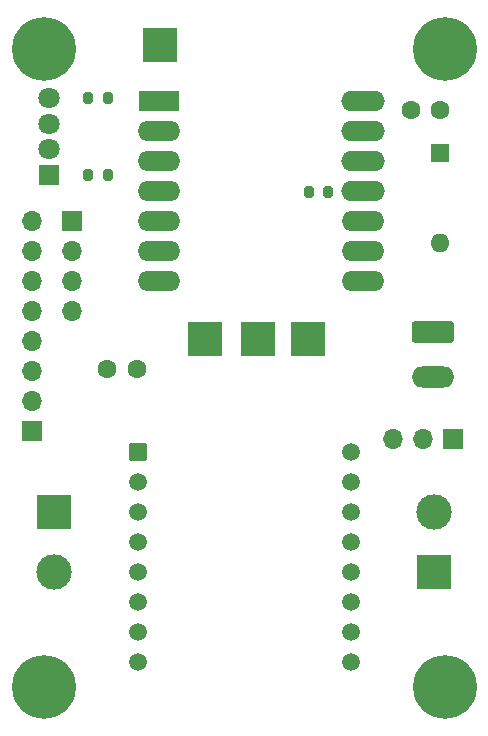
<source format=gbr>
%TF.GenerationSoftware,KiCad,Pcbnew,8.0.5*%
%TF.CreationDate,2024-11-16T20:21:07-03:00*%
%TF.ProjectId,hal9000mainboard,68616c39-3030-4306-9d61-696e626f6172,rev?*%
%TF.SameCoordinates,Original*%
%TF.FileFunction,Soldermask,Bot*%
%TF.FilePolarity,Negative*%
%FSLAX46Y46*%
G04 Gerber Fmt 4.6, Leading zero omitted, Abs format (unit mm)*
G04 Created by KiCad (PCBNEW 8.0.5) date 2024-11-16 20:21:07*
%MOMM*%
%LPD*%
G01*
G04 APERTURE LIST*
G04 Aperture macros list*
%AMRoundRect*
0 Rectangle with rounded corners*
0 $1 Rounding radius*
0 $2 $3 $4 $5 $6 $7 $8 $9 X,Y pos of 4 corners*
0 Add a 4 corners polygon primitive as box body*
4,1,4,$2,$3,$4,$5,$6,$7,$8,$9,$2,$3,0*
0 Add four circle primitives for the rounded corners*
1,1,$1+$1,$2,$3*
1,1,$1+$1,$4,$5*
1,1,$1+$1,$6,$7*
1,1,$1+$1,$8,$9*
0 Add four rect primitives between the rounded corners*
20,1,$1+$1,$2,$3,$4,$5,0*
20,1,$1+$1,$4,$5,$6,$7,0*
20,1,$1+$1,$6,$7,$8,$9,0*
20,1,$1+$1,$8,$9,$2,$3,0*%
G04 Aperture macros list end*
%ADD10R,3.500000X1.700000*%
%ADD11O,3.600000X1.700000*%
%ADD12O,3.700000X1.700000*%
%ADD13R,3.000000X3.000000*%
%ADD14C,3.000000*%
%ADD15RoundRect,0.250000X-1.550000X0.650000X-1.550000X-0.650000X1.550000X-0.650000X1.550000X0.650000X0*%
%ADD16O,3.600000X1.800000*%
%ADD17C,5.400000*%
%ADD18R,1.600000X1.600000*%
%ADD19O,1.600000X1.600000*%
%ADD20RoundRect,0.102000X-0.654000X-0.654000X0.654000X-0.654000X0.654000X0.654000X-0.654000X0.654000X0*%
%ADD21C,1.512000*%
%ADD22R,1.800000X1.800000*%
%ADD23C,1.800000*%
%ADD24C,1.600000*%
%ADD25R,1.700000X1.700000*%
%ADD26O,1.700000X1.700000*%
%ADD27RoundRect,0.200000X0.200000X0.275000X-0.200000X0.275000X-0.200000X-0.275000X0.200000X-0.275000X0*%
G04 APERTURE END LIST*
D10*
%TO.C,U1002*%
X12810000Y-7450000D03*
D11*
X12810000Y-9990000D03*
X12810000Y-12530000D03*
X12810000Y-15070000D03*
X12810000Y-17610000D03*
X12810000Y-20150000D03*
X12810000Y-22690000D03*
X30060000Y-22690000D03*
X30060000Y-20150000D03*
X30060000Y-17610000D03*
D12*
X30060000Y-15070000D03*
X30060000Y-12530000D03*
X30060000Y-9990000D03*
X30060000Y-7450000D03*
%TD*%
D13*
%TO.C,J1004*%
X3900000Y-42260000D03*
D14*
X3900000Y-47340000D03*
%TD*%
D15*
%TO.C,J1001*%
X36000000Y-27000000D03*
D16*
X36000000Y-30810000D03*
%TD*%
D17*
%TO.C,REF\u002A\u002A*%
X37000000Y-3000000D03*
%TD*%
D18*
%TO.C,D1001*%
X36600000Y-11800000D03*
D19*
X36600000Y-19420000D03*
%TD*%
D20*
%TO.C,U1001*%
X10983000Y-37110000D03*
D21*
X10983000Y-39650000D03*
X10983000Y-42190000D03*
X10983000Y-44730000D03*
X10983000Y-47270000D03*
X10983000Y-49810000D03*
X10983000Y-52350000D03*
X10983000Y-54890000D03*
X29017000Y-54890000D03*
X29017000Y-52350000D03*
X29017000Y-49810000D03*
X29017000Y-47270000D03*
X29017000Y-44730000D03*
X29017000Y-42190000D03*
X29017000Y-39650000D03*
X29017000Y-37110000D03*
%TD*%
D22*
%TO.C,D1003*%
X3440000Y-13680000D03*
D23*
X3440000Y-11521000D03*
X3440000Y-9362000D03*
X3440000Y-7203000D03*
%TD*%
D17*
%TO.C,REF\u002A\u002A*%
X3000000Y-3000000D03*
%TD*%
%TO.C,REF\u002A\u002A*%
X3000000Y-57000000D03*
%TD*%
D24*
%TO.C,C1001*%
X10900000Y-30100000D03*
X8400000Y-30100000D03*
%TD*%
D17*
%TO.C,REF\u002A\u002A*%
X37000000Y-57000000D03*
%TD*%
D13*
%TO.C,J1003*%
X36100000Y-47340000D03*
D14*
X36100000Y-42260000D03*
%TD*%
D24*
%TO.C,C1*%
X34100000Y-8200000D03*
X36600000Y-8200000D03*
%TD*%
D25*
%TO.C,J1002*%
X5400000Y-17600000D03*
D26*
X5400000Y-20140000D03*
X5400000Y-22680000D03*
X5400000Y-25220000D03*
%TD*%
D25*
%TO.C,J1006*%
X2000000Y-35355000D03*
D26*
X2000000Y-32815000D03*
X2000000Y-30275000D03*
X2000000Y-27735000D03*
X2000000Y-25195000D03*
X2000000Y-22655000D03*
X2000000Y-20115000D03*
X2000000Y-17575000D03*
%TD*%
D25*
%TO.C,J1005*%
X37680000Y-36000000D03*
D26*
X35140000Y-36000000D03*
X32600000Y-36000000D03*
%TD*%
D13*
%TO.C,TP1004*%
X16700000Y-27600000D03*
%TD*%
D27*
%TO.C,R1003*%
X27125000Y-15100000D03*
X25475000Y-15100000D03*
%TD*%
D13*
%TO.C,TP1003*%
X25380000Y-27610000D03*
%TD*%
%TO.C,TP1002*%
X21140000Y-27600000D03*
%TD*%
%TO.C,TP1001*%
X12900000Y-2700000D03*
%TD*%
D27*
%TO.C,R1001*%
X8425000Y-7200000D03*
X6775000Y-7200000D03*
%TD*%
%TO.C,R1002*%
X8425000Y-13700000D03*
X6775000Y-13700000D03*
%TD*%
M02*

</source>
